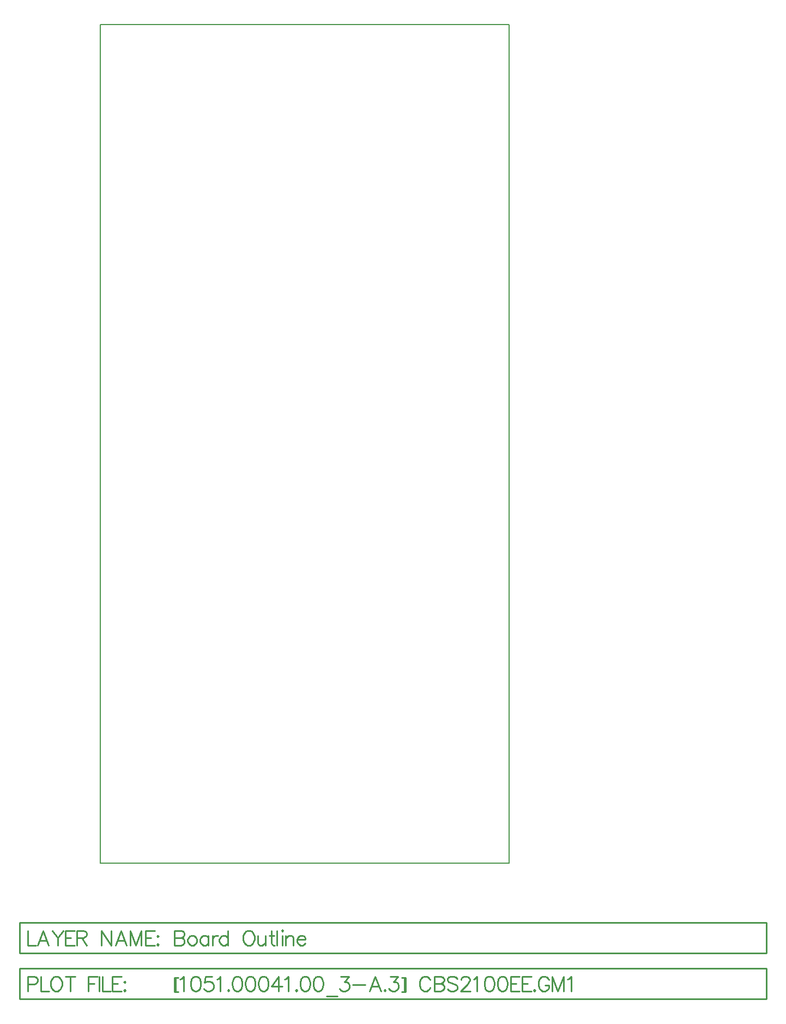
<source format=gm1>
G04 Layer_Color=16711935*
%FSLAX24Y24*%
%MOIN*%
G70*
G01*
G75*
%ADD10C,0.0100*%
%ADD30C,0.0050*%
D10*
X-4952Y-6455D02*
X40728D01*
X-4952Y-8305D02*
Y-6455D01*
Y-8305D02*
X40728D01*
Y-6455D01*
Y-5505D02*
Y-3655D01*
X-4952Y-5505D02*
X40728D01*
X-4952D02*
Y-3655D01*
X40728D01*
X4528Y-7021D02*
Y-7878D01*
X4570Y-7021D02*
Y-7878D01*
X4528Y-7021D02*
X4742D01*
X4528Y-7878D02*
X4742D01*
X4857Y-7107D02*
X4943Y-7064D01*
X5072Y-6935D01*
Y-7835D01*
X5774Y-6935D02*
X5646Y-6978D01*
X5560Y-7107D01*
X5517Y-7321D01*
Y-7449D01*
X5560Y-7664D01*
X5646Y-7792D01*
X5774Y-7835D01*
X5860D01*
X5989Y-7792D01*
X6074Y-7664D01*
X6117Y-7449D01*
Y-7321D01*
X6074Y-7107D01*
X5989Y-6978D01*
X5860Y-6935D01*
X5774D01*
X6833D02*
X6404D01*
X6361Y-7321D01*
X6404Y-7278D01*
X6533Y-7235D01*
X6661D01*
X6790Y-7278D01*
X6876Y-7364D01*
X6918Y-7492D01*
Y-7578D01*
X6876Y-7706D01*
X6790Y-7792D01*
X6661Y-7835D01*
X6533D01*
X6404Y-7792D01*
X6361Y-7749D01*
X6319Y-7664D01*
X7120Y-7107D02*
X7206Y-7064D01*
X7334Y-6935D01*
Y-7835D01*
X7823Y-7749D02*
X7780Y-7792D01*
X7823Y-7835D01*
X7865Y-7792D01*
X7823Y-7749D01*
X8320Y-6935D02*
X8191Y-6978D01*
X8105Y-7107D01*
X8063Y-7321D01*
Y-7449D01*
X8105Y-7664D01*
X8191Y-7792D01*
X8320Y-7835D01*
X8405D01*
X8534Y-7792D01*
X8620Y-7664D01*
X8662Y-7449D01*
Y-7321D01*
X8620Y-7107D01*
X8534Y-6978D01*
X8405Y-6935D01*
X8320D01*
X9121D02*
X8992Y-6978D01*
X8907Y-7107D01*
X8864Y-7321D01*
Y-7449D01*
X8907Y-7664D01*
X8992Y-7792D01*
X9121Y-7835D01*
X9207D01*
X9335Y-7792D01*
X9421Y-7664D01*
X9464Y-7449D01*
Y-7321D01*
X9421Y-7107D01*
X9335Y-6978D01*
X9207Y-6935D01*
X9121D01*
X9922D02*
X9794Y-6978D01*
X9708Y-7107D01*
X9665Y-7321D01*
Y-7449D01*
X9708Y-7664D01*
X9794Y-7792D01*
X9922Y-7835D01*
X10008D01*
X10136Y-7792D01*
X10222Y-7664D01*
X10265Y-7449D01*
Y-7321D01*
X10222Y-7107D01*
X10136Y-6978D01*
X10008Y-6935D01*
X9922D01*
X10895D02*
X10466Y-7535D01*
X11109D01*
X10895Y-6935D02*
Y-7835D01*
X11268Y-7107D02*
X11353Y-7064D01*
X11482Y-6935D01*
Y-7835D01*
X11970Y-7749D02*
X11927Y-7792D01*
X11970Y-7835D01*
X12013Y-7792D01*
X11970Y-7749D01*
X12467Y-6935D02*
X12339Y-6978D01*
X12253Y-7107D01*
X12210Y-7321D01*
Y-7449D01*
X12253Y-7664D01*
X12339Y-7792D01*
X12467Y-7835D01*
X12553D01*
X12682Y-7792D01*
X12767Y-7664D01*
X12810Y-7449D01*
Y-7321D01*
X12767Y-7107D01*
X12682Y-6978D01*
X12553Y-6935D01*
X12467D01*
X13269D02*
X13140Y-6978D01*
X13054Y-7107D01*
X13011Y-7321D01*
Y-7449D01*
X13054Y-7664D01*
X13140Y-7792D01*
X13269Y-7835D01*
X13354D01*
X13483Y-7792D01*
X13568Y-7664D01*
X13611Y-7449D01*
Y-7321D01*
X13568Y-7107D01*
X13483Y-6978D01*
X13354Y-6935D01*
X13269D01*
X13813Y-8135D02*
X14498D01*
X14700Y-6935D02*
X15171D01*
X14914Y-7278D01*
X15042D01*
X15128Y-7321D01*
X15171Y-7364D01*
X15214Y-7492D01*
Y-7578D01*
X15171Y-7706D01*
X15085Y-7792D01*
X14957Y-7835D01*
X14828D01*
X14700Y-7792D01*
X14657Y-7749D01*
X14614Y-7664D01*
X15415Y-7449D02*
X16186D01*
X17138Y-7835D02*
X16795Y-6935D01*
X16452Y-7835D01*
X16581Y-7535D02*
X17009D01*
X17391Y-7749D02*
X17348Y-7792D01*
X17391Y-7835D01*
X17433Y-7792D01*
X17391Y-7749D01*
X17716Y-6935D02*
X18187D01*
X17930Y-7278D01*
X18059D01*
X18145Y-7321D01*
X18187Y-7364D01*
X18230Y-7492D01*
Y-7578D01*
X18187Y-7706D01*
X18102Y-7792D01*
X17973Y-7835D01*
X17845D01*
X17716Y-7792D01*
X17673Y-7749D01*
X17630Y-7664D01*
X18603Y-7021D02*
Y-7878D01*
X18646Y-7021D02*
Y-7878D01*
X18432Y-7021D02*
X18646D01*
X18432Y-7878D02*
X18646D01*
X20159Y-7149D02*
X20116Y-7064D01*
X20030Y-6978D01*
X19944Y-6935D01*
X19773D01*
X19687Y-6978D01*
X19601Y-7064D01*
X19559Y-7149D01*
X19516Y-7278D01*
Y-7492D01*
X19559Y-7621D01*
X19601Y-7706D01*
X19687Y-7792D01*
X19773Y-7835D01*
X19944D01*
X20030Y-7792D01*
X20116Y-7706D01*
X20159Y-7621D01*
X20411Y-6935D02*
Y-7835D01*
Y-6935D02*
X20797D01*
X20925Y-6978D01*
X20968Y-7021D01*
X21011Y-7107D01*
Y-7192D01*
X20968Y-7278D01*
X20925Y-7321D01*
X20797Y-7364D01*
X20411D02*
X20797D01*
X20925Y-7407D01*
X20968Y-7449D01*
X21011Y-7535D01*
Y-7664D01*
X20968Y-7749D01*
X20925Y-7792D01*
X20797Y-7835D01*
X20411D01*
X21812Y-7064D02*
X21727Y-6978D01*
X21598Y-6935D01*
X21427D01*
X21298Y-6978D01*
X21213Y-7064D01*
Y-7149D01*
X21255Y-7235D01*
X21298Y-7278D01*
X21384Y-7321D01*
X21641Y-7407D01*
X21727Y-7449D01*
X21770Y-7492D01*
X21812Y-7578D01*
Y-7706D01*
X21727Y-7792D01*
X21598Y-7835D01*
X21427D01*
X21298Y-7792D01*
X21213Y-7706D01*
X22057Y-7149D02*
Y-7107D01*
X22100Y-7021D01*
X22142Y-6978D01*
X22228Y-6935D01*
X22399D01*
X22485Y-6978D01*
X22528Y-7021D01*
X22571Y-7107D01*
Y-7192D01*
X22528Y-7278D01*
X22442Y-7407D01*
X22014Y-7835D01*
X22614D01*
X22815Y-7107D02*
X22901Y-7064D01*
X23029Y-6935D01*
Y-7835D01*
X23732Y-6935D02*
X23603Y-6978D01*
X23518Y-7107D01*
X23475Y-7321D01*
Y-7449D01*
X23518Y-7664D01*
X23603Y-7792D01*
X23732Y-7835D01*
X23818D01*
X23946Y-7792D01*
X24032Y-7664D01*
X24075Y-7449D01*
Y-7321D01*
X24032Y-7107D01*
X23946Y-6978D01*
X23818Y-6935D01*
X23732D01*
X24533D02*
X24405Y-6978D01*
X24319Y-7107D01*
X24276Y-7321D01*
Y-7449D01*
X24319Y-7664D01*
X24405Y-7792D01*
X24533Y-7835D01*
X24619D01*
X24748Y-7792D01*
X24833Y-7664D01*
X24876Y-7449D01*
Y-7321D01*
X24833Y-7107D01*
X24748Y-6978D01*
X24619Y-6935D01*
X24533D01*
X25634D02*
X25077D01*
Y-7835D01*
X25634D01*
X25077Y-7364D02*
X25420D01*
X26341Y-6935D02*
X25784D01*
Y-7835D01*
X26341D01*
X25784Y-7364D02*
X26127D01*
X26534Y-7749D02*
X26491Y-7792D01*
X26534Y-7835D01*
X26577Y-7792D01*
X26534Y-7749D01*
X27417Y-7149D02*
X27374Y-7064D01*
X27288Y-6978D01*
X27203Y-6935D01*
X27031D01*
X26946Y-6978D01*
X26860Y-7064D01*
X26817Y-7149D01*
X26774Y-7278D01*
Y-7492D01*
X26817Y-7621D01*
X26860Y-7706D01*
X26946Y-7792D01*
X27031Y-7835D01*
X27203D01*
X27288Y-7792D01*
X27374Y-7706D01*
X27417Y-7621D01*
Y-7492D01*
X27203D02*
X27417D01*
X27623Y-6935D02*
Y-7835D01*
Y-6935D02*
X27965Y-7835D01*
X28308Y-6935D02*
X27965Y-7835D01*
X28308Y-6935D02*
Y-7835D01*
X28565Y-7107D02*
X28651Y-7064D01*
X28780Y-6935D01*
Y-7835D01*
X-4462Y-7407D02*
X-4077D01*
X-3948Y-7364D01*
X-3905Y-7321D01*
X-3863Y-7235D01*
Y-7107D01*
X-3905Y-7021D01*
X-3948Y-6978D01*
X-4077Y-6935D01*
X-4462D01*
Y-7835D01*
X-3661Y-6935D02*
Y-7835D01*
X-3147D01*
X-2791Y-6935D02*
X-2877Y-6978D01*
X-2963Y-7064D01*
X-3006Y-7149D01*
X-3048Y-7278D01*
Y-7492D01*
X-3006Y-7621D01*
X-2963Y-7706D01*
X-2877Y-7792D01*
X-2791Y-7835D01*
X-2620D01*
X-2534Y-7792D01*
X-2449Y-7706D01*
X-2406Y-7621D01*
X-2363Y-7492D01*
Y-7278D01*
X-2406Y-7149D01*
X-2449Y-7064D01*
X-2534Y-6978D01*
X-2620Y-6935D01*
X-2791D01*
X-1853D02*
Y-7835D01*
X-2153Y-6935D02*
X-1553D01*
X-739D02*
Y-7835D01*
Y-6935D02*
X-182D01*
X-739Y-7364D02*
X-396D01*
X-79Y-6935D02*
Y-7835D01*
X109Y-6935D02*
Y-7835D01*
X624D01*
X1279Y-6935D02*
X722D01*
Y-7835D01*
X1279D01*
X722Y-7364D02*
X1065D01*
X1472Y-7235D02*
X1429Y-7278D01*
X1472Y-7321D01*
X1515Y-7278D01*
X1472Y-7235D01*
Y-7749D02*
X1429Y-7792D01*
X1472Y-7835D01*
X1515Y-7792D01*
X1472Y-7749D01*
X-4462Y-4135D02*
Y-5035D01*
X-3948D01*
X-3164D02*
X-3507Y-4135D01*
X-3850Y-5035D01*
X-3721Y-4735D02*
X-3293D01*
X-2954Y-4135D02*
X-2611Y-4564D01*
Y-5035D01*
X-2269Y-4135D02*
X-2611Y-4564D01*
X-1596Y-4135D02*
X-2153D01*
Y-5035D01*
X-1596D01*
X-2153Y-4564D02*
X-1810D01*
X-1446Y-4135D02*
Y-5035D01*
Y-4135D02*
X-1060D01*
X-932Y-4178D01*
X-889Y-4221D01*
X-846Y-4307D01*
Y-4392D01*
X-889Y-4478D01*
X-932Y-4521D01*
X-1060Y-4564D01*
X-1446D01*
X-1146D02*
X-846Y-5035D01*
X62Y-4135D02*
Y-5035D01*
Y-4135D02*
X662Y-5035D01*
Y-4135D02*
Y-5035D01*
X1596D02*
X1253Y-4135D01*
X911Y-5035D01*
X1039Y-4735D02*
X1468D01*
X1806Y-4135D02*
Y-5035D01*
Y-4135D02*
X2149Y-5035D01*
X2492Y-4135D02*
X2149Y-5035D01*
X2492Y-4135D02*
Y-5035D01*
X3306Y-4135D02*
X2749D01*
Y-5035D01*
X3306D01*
X2749Y-4564D02*
X3092D01*
X3499Y-4435D02*
X3456Y-4478D01*
X3499Y-4521D01*
X3542Y-4478D01*
X3499Y-4435D01*
Y-4949D02*
X3456Y-4992D01*
X3499Y-5035D01*
X3542Y-4992D01*
X3499Y-4949D01*
X4528Y-4135D02*
Y-5035D01*
Y-4135D02*
X4913D01*
X5042Y-4178D01*
X5085Y-4221D01*
X5127Y-4307D01*
Y-4392D01*
X5085Y-4478D01*
X5042Y-4521D01*
X4913Y-4564D01*
X4528D02*
X4913D01*
X5042Y-4607D01*
X5085Y-4649D01*
X5127Y-4735D01*
Y-4864D01*
X5085Y-4949D01*
X5042Y-4992D01*
X4913Y-5035D01*
X4528D01*
X5543Y-4435D02*
X5457Y-4478D01*
X5372Y-4564D01*
X5329Y-4692D01*
Y-4778D01*
X5372Y-4906D01*
X5457Y-4992D01*
X5543Y-5035D01*
X5672D01*
X5757Y-4992D01*
X5843Y-4906D01*
X5886Y-4778D01*
Y-4692D01*
X5843Y-4564D01*
X5757Y-4478D01*
X5672Y-4435D01*
X5543D01*
X6597D02*
Y-5035D01*
Y-4564D02*
X6511Y-4478D01*
X6426Y-4435D01*
X6297D01*
X6211Y-4478D01*
X6126Y-4564D01*
X6083Y-4692D01*
Y-4778D01*
X6126Y-4906D01*
X6211Y-4992D01*
X6297Y-5035D01*
X6426D01*
X6511Y-4992D01*
X6597Y-4906D01*
X6837Y-4435D02*
Y-5035D01*
Y-4692D02*
X6880Y-4564D01*
X6966Y-4478D01*
X7051Y-4435D01*
X7180D01*
X7775Y-4135D02*
Y-5035D01*
Y-4564D02*
X7690Y-4478D01*
X7604Y-4435D01*
X7476D01*
X7390Y-4478D01*
X7304Y-4564D01*
X7261Y-4692D01*
Y-4778D01*
X7304Y-4906D01*
X7390Y-4992D01*
X7476Y-5035D01*
X7604D01*
X7690Y-4992D01*
X7775Y-4906D01*
X8979Y-4135D02*
X8894Y-4178D01*
X8808Y-4264D01*
X8765Y-4349D01*
X8722Y-4478D01*
Y-4692D01*
X8765Y-4821D01*
X8808Y-4906D01*
X8894Y-4992D01*
X8979Y-5035D01*
X9151D01*
X9237Y-4992D01*
X9322Y-4906D01*
X9365Y-4821D01*
X9408Y-4692D01*
Y-4478D01*
X9365Y-4349D01*
X9322Y-4264D01*
X9237Y-4178D01*
X9151Y-4135D01*
X8979D01*
X9618Y-4435D02*
Y-4864D01*
X9661Y-4992D01*
X9746Y-5035D01*
X9875D01*
X9961Y-4992D01*
X10089Y-4864D01*
Y-4435D02*
Y-5035D01*
X10453Y-4135D02*
Y-4864D01*
X10496Y-4992D01*
X10582Y-5035D01*
X10668D01*
X10325Y-4435D02*
X10625D01*
X10796Y-4135D02*
Y-5035D01*
X11070Y-4135D02*
X11113Y-4178D01*
X11156Y-4135D01*
X11113Y-4092D01*
X11070Y-4135D01*
X11113Y-4435D02*
Y-5035D01*
X11315Y-4435D02*
Y-5035D01*
Y-4607D02*
X11443Y-4478D01*
X11529Y-4435D01*
X11657D01*
X11743Y-4478D01*
X11786Y-4607D01*
Y-5035D01*
X12022Y-4692D02*
X12536D01*
Y-4607D01*
X12493Y-4521D01*
X12450Y-4478D01*
X12364Y-4435D01*
X12236D01*
X12150Y-4478D01*
X12065Y-4564D01*
X12022Y-4692D01*
Y-4778D01*
X12065Y-4906D01*
X12150Y-4992D01*
X12236Y-5035D01*
X12364D01*
X12450Y-4992D01*
X12536Y-4906D01*
D30*
X0Y0D02*
Y51250D01*
Y0D02*
X25000D01*
Y51250D01*
X0D02*
X25000D01*
M02*

</source>
